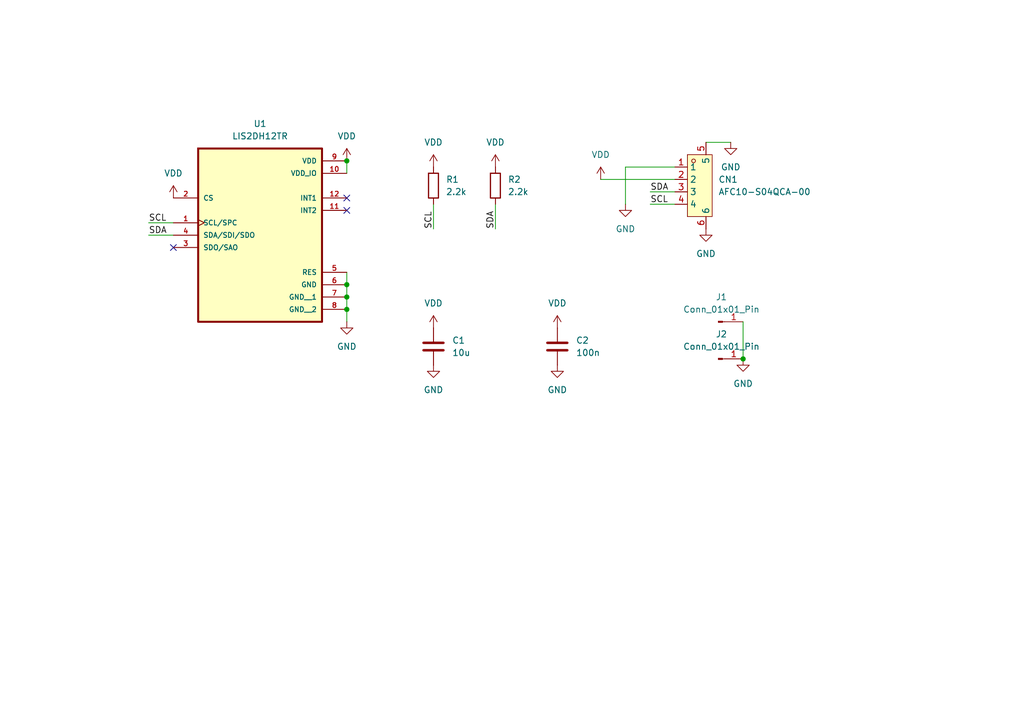
<source format=kicad_sch>
(kicad_sch
	(version 20231120)
	(generator "eeschema")
	(generator_version "8.0")
	(uuid "cc2defc0-f39e-4c26-901e-a1ec12015c90")
	(paper "A5")
	(lib_symbols
		(symbol "Connector:Conn_01x01_Pin"
			(pin_names
				(offset 1.016) hide)
			(exclude_from_sim no)
			(in_bom yes)
			(on_board yes)
			(property "Reference" "J"
				(at 0 2.54 0)
				(effects
					(font
						(size 1.27 1.27)
					)
				)
			)
			(property "Value" "Conn_01x01_Pin"
				(at 0 -2.54 0)
				(effects
					(font
						(size 1.27 1.27)
					)
				)
			)
			(property "Footprint" ""
				(at 0 0 0)
				(effects
					(font
						(size 1.27 1.27)
					)
					(hide yes)
				)
			)
			(property "Datasheet" "~"
				(at 0 0 0)
				(effects
					(font
						(size 1.27 1.27)
					)
					(hide yes)
				)
			)
			(property "Description" "Generic connector, single row, 01x01, script generated"
				(at 0 0 0)
				(effects
					(font
						(size 1.27 1.27)
					)
					(hide yes)
				)
			)
			(property "ki_locked" ""
				(at 0 0 0)
				(effects
					(font
						(size 1.27 1.27)
					)
				)
			)
			(property "ki_keywords" "connector"
				(at 0 0 0)
				(effects
					(font
						(size 1.27 1.27)
					)
					(hide yes)
				)
			)
			(property "ki_fp_filters" "Connector*:*_1x??_*"
				(at 0 0 0)
				(effects
					(font
						(size 1.27 1.27)
					)
					(hide yes)
				)
			)
			(symbol "Conn_01x01_Pin_1_1"
				(polyline
					(pts
						(xy 1.27 0) (xy 0.8636 0)
					)
					(stroke
						(width 0.1524)
						(type default)
					)
					(fill
						(type none)
					)
				)
				(rectangle
					(start 0.8636 0.127)
					(end 0 -0.127)
					(stroke
						(width 0.1524)
						(type default)
					)
					(fill
						(type outline)
					)
				)
				(pin passive line
					(at 5.08 0 180)
					(length 3.81)
					(name "Pin_1"
						(effects
							(font
								(size 1.27 1.27)
							)
						)
					)
					(number "1"
						(effects
							(font
								(size 1.27 1.27)
							)
						)
					)
				)
			)
		)
		(symbol "Device:C"
			(pin_numbers hide)
			(pin_names
				(offset 0.254)
			)
			(exclude_from_sim no)
			(in_bom yes)
			(on_board yes)
			(property "Reference" "C"
				(at 0.635 2.54 0)
				(effects
					(font
						(size 1.27 1.27)
					)
					(justify left)
				)
			)
			(property "Value" "C"
				(at 0.635 -2.54 0)
				(effects
					(font
						(size 1.27 1.27)
					)
					(justify left)
				)
			)
			(property "Footprint" ""
				(at 0.9652 -3.81 0)
				(effects
					(font
						(size 1.27 1.27)
					)
					(hide yes)
				)
			)
			(property "Datasheet" "~"
				(at 0 0 0)
				(effects
					(font
						(size 1.27 1.27)
					)
					(hide yes)
				)
			)
			(property "Description" "Unpolarized capacitor"
				(at 0 0 0)
				(effects
					(font
						(size 1.27 1.27)
					)
					(hide yes)
				)
			)
			(property "ki_keywords" "cap capacitor"
				(at 0 0 0)
				(effects
					(font
						(size 1.27 1.27)
					)
					(hide yes)
				)
			)
			(property "ki_fp_filters" "C_*"
				(at 0 0 0)
				(effects
					(font
						(size 1.27 1.27)
					)
					(hide yes)
				)
			)
			(symbol "C_0_1"
				(polyline
					(pts
						(xy -2.032 -0.762) (xy 2.032 -0.762)
					)
					(stroke
						(width 0.508)
						(type default)
					)
					(fill
						(type none)
					)
				)
				(polyline
					(pts
						(xy -2.032 0.762) (xy 2.032 0.762)
					)
					(stroke
						(width 0.508)
						(type default)
					)
					(fill
						(type none)
					)
				)
			)
			(symbol "C_1_1"
				(pin passive line
					(at 0 3.81 270)
					(length 2.794)
					(name "~"
						(effects
							(font
								(size 1.27 1.27)
							)
						)
					)
					(number "1"
						(effects
							(font
								(size 1.27 1.27)
							)
						)
					)
				)
				(pin passive line
					(at 0 -3.81 90)
					(length 2.794)
					(name "~"
						(effects
							(font
								(size 1.27 1.27)
							)
						)
					)
					(number "2"
						(effects
							(font
								(size 1.27 1.27)
							)
						)
					)
				)
			)
		)
		(symbol "Device:R"
			(pin_numbers hide)
			(pin_names
				(offset 0)
			)
			(exclude_from_sim no)
			(in_bom yes)
			(on_board yes)
			(property "Reference" "R"
				(at 2.032 0 90)
				(effects
					(font
						(size 1.27 1.27)
					)
				)
			)
			(property "Value" "R"
				(at 0 0 90)
				(effects
					(font
						(size 1.27 1.27)
					)
				)
			)
			(property "Footprint" ""
				(at -1.778 0 90)
				(effects
					(font
						(size 1.27 1.27)
					)
					(hide yes)
				)
			)
			(property "Datasheet" "~"
				(at 0 0 0)
				(effects
					(font
						(size 1.27 1.27)
					)
					(hide yes)
				)
			)
			(property "Description" "Resistor"
				(at 0 0 0)
				(effects
					(font
						(size 1.27 1.27)
					)
					(hide yes)
				)
			)
			(property "ki_keywords" "R res resistor"
				(at 0 0 0)
				(effects
					(font
						(size 1.27 1.27)
					)
					(hide yes)
				)
			)
			(property "ki_fp_filters" "R_*"
				(at 0 0 0)
				(effects
					(font
						(size 1.27 1.27)
					)
					(hide yes)
				)
			)
			(symbol "R_0_1"
				(rectangle
					(start -1.016 -2.54)
					(end 1.016 2.54)
					(stroke
						(width 0.254)
						(type default)
					)
					(fill
						(type none)
					)
				)
			)
			(symbol "R_1_1"
				(pin passive line
					(at 0 3.81 270)
					(length 1.27)
					(name "~"
						(effects
							(font
								(size 1.27 1.27)
							)
						)
					)
					(number "1"
						(effects
							(font
								(size 1.27 1.27)
							)
						)
					)
				)
				(pin passive line
					(at 0 -3.81 90)
					(length 1.27)
					(name "~"
						(effects
							(font
								(size 1.27 1.27)
							)
						)
					)
					(number "2"
						(effects
							(font
								(size 1.27 1.27)
							)
						)
					)
				)
			)
		)
		(symbol "LIS2DH12TR:LIS2DH12TR"
			(pin_names
				(offset 1.016)
			)
			(exclude_from_sim no)
			(in_bom yes)
			(on_board yes)
			(property "Reference" "U"
				(at -12.7489 15.2986 0)
				(effects
					(font
						(size 1.27 1.27)
					)
					(justify left bottom)
				)
			)
			(property "Value" "LIS2DH12TR"
				(at -12.7525 -22.9337 0)
				(effects
					(font
						(size 1.27 1.27)
					)
					(justify left bottom)
				)
			)
			(property "Footprint" "LIS2DH12TR:PQFN50P200X200100-12N"
				(at 0 0 0)
				(effects
					(font
						(size 1.27 1.27)
					)
					(justify bottom)
					(hide yes)
				)
			)
			(property "Datasheet" ""
				(at 0 0 0)
				(effects
					(font
						(size 1.27 1.27)
					)
					(hide yes)
				)
			)
			(property "Description" "MEMS digital output motion sensor: ultra low-power high performance 3-axes femto accelerometer"
				(at 0 0 0)
				(effects
					(font
						(size 1.27 1.27)
					)
					(justify bottom)
					(hide yes)
				)
			)
			(property "MF" "STMicroelectronics"
				(at 0 0 0)
				(effects
					(font
						(size 1.27 1.27)
					)
					(justify bottom)
					(hide yes)
				)
			)
			(property "PACKAGE" "LGA-12 STMicroelectronics"
				(at 0 0 0)
				(effects
					(font
						(size 1.27 1.27)
					)
					(justify bottom)
					(hide yes)
				)
			)
			(property "PRICE" "0.87 USD"
				(at 0 0 0)
				(effects
					(font
						(size 1.27 1.27)
					)
					(justify bottom)
					(hide yes)
				)
			)
			(property "MP" "LIS2DH12TR"
				(at 0 0 0)
				(effects
					(font
						(size 1.27 1.27)
					)
					(justify bottom)
					(hide yes)
				)
			)
			(property "AVAILABILITY" "Good"
				(at 0 0 0)
				(effects
					(font
						(size 1.27 1.27)
					)
					(justify bottom)
					(hide yes)
				)
			)
			(symbol "LIS2DH12TR_0_0"
				(rectangle
					(start -12.7 -20.32)
					(end 12.7 15.24)
					(stroke
						(width 0.41)
						(type default)
					)
					(fill
						(type background)
					)
				)
				(pin bidirectional clock
					(at -17.78 0 0)
					(length 5.08)
					(name "SCL/SPC"
						(effects
							(font
								(size 1.016 1.016)
							)
						)
					)
					(number "1"
						(effects
							(font
								(size 1.016 1.016)
							)
						)
					)
				)
				(pin power_in line
					(at 17.78 10.16 180)
					(length 5.08)
					(name "VDD_IO"
						(effects
							(font
								(size 1.016 1.016)
							)
						)
					)
					(number "10"
						(effects
							(font
								(size 1.016 1.016)
							)
						)
					)
				)
				(pin output line
					(at 17.78 2.54 180)
					(length 5.08)
					(name "INT2"
						(effects
							(font
								(size 1.016 1.016)
							)
						)
					)
					(number "11"
						(effects
							(font
								(size 1.016 1.016)
							)
						)
					)
				)
				(pin output line
					(at 17.78 5.08 180)
					(length 5.08)
					(name "INT1"
						(effects
							(font
								(size 1.016 1.016)
							)
						)
					)
					(number "12"
						(effects
							(font
								(size 1.016 1.016)
							)
						)
					)
				)
				(pin input line
					(at -17.78 5.08 0)
					(length 5.08)
					(name "CS"
						(effects
							(font
								(size 1.016 1.016)
							)
						)
					)
					(number "2"
						(effects
							(font
								(size 1.016 1.016)
							)
						)
					)
				)
				(pin bidirectional line
					(at -17.78 -5.08 0)
					(length 5.08)
					(name "SDO/SAO"
						(effects
							(font
								(size 1.016 1.016)
							)
						)
					)
					(number "3"
						(effects
							(font
								(size 1.016 1.016)
							)
						)
					)
				)
				(pin bidirectional line
					(at -17.78 -2.54 0)
					(length 5.08)
					(name "SDA/SDI/SDO"
						(effects
							(font
								(size 1.016 1.016)
							)
						)
					)
					(number "4"
						(effects
							(font
								(size 1.016 1.016)
							)
						)
					)
				)
				(pin power_in line
					(at 17.78 -10.16 180)
					(length 5.08)
					(name "RES"
						(effects
							(font
								(size 1.016 1.016)
							)
						)
					)
					(number "5"
						(effects
							(font
								(size 1.016 1.016)
							)
						)
					)
				)
				(pin power_in line
					(at 17.78 -12.7 180)
					(length 5.08)
					(name "GND"
						(effects
							(font
								(size 1.016 1.016)
							)
						)
					)
					(number "6"
						(effects
							(font
								(size 1.016 1.016)
							)
						)
					)
				)
				(pin power_in line
					(at 17.78 -15.24 180)
					(length 5.08)
					(name "GND__1"
						(effects
							(font
								(size 1.016 1.016)
							)
						)
					)
					(number "7"
						(effects
							(font
								(size 1.016 1.016)
							)
						)
					)
				)
				(pin power_in line
					(at 17.78 -17.78 180)
					(length 5.08)
					(name "GND__2"
						(effects
							(font
								(size 1.016 1.016)
							)
						)
					)
					(number "8"
						(effects
							(font
								(size 1.016 1.016)
							)
						)
					)
				)
				(pin power_in line
					(at 17.78 12.7 180)
					(length 5.08)
					(name "VDD"
						(effects
							(font
								(size 1.016 1.016)
							)
						)
					)
					(number "9"
						(effects
							(font
								(size 1.016 1.016)
							)
						)
					)
				)
			)
		)
		(symbol "lsm6dr3trc-breakout:AFC10-S04QCA-00"
			(exclude_from_sim no)
			(in_bom yes)
			(on_board yes)
			(property "Reference" "X"
				(at 0 13.97 0)
				(effects
					(font
						(size 1.27 1.27)
					)
				)
			)
			(property "Value" "AFC10-S04QCA-00"
				(at 0 -13.97 0)
				(effects
					(font
						(size 1.27 1.27)
					)
				)
			)
			(property "Footprint" "lsm6dr3trc-breakout:CONN-SMD_AFC10-S04QCA-00"
				(at 0 -16.51 0)
				(effects
					(font
						(size 1.27 1.27)
					)
					(hide yes)
				)
			)
			(property "Datasheet" ""
				(at 0 0 0)
				(effects
					(font
						(size 1.27 1.27)
					)
					(hide yes)
				)
			)
			(property "Description" ""
				(at 0 0 0)
				(effects
					(font
						(size 1.27 1.27)
					)
					(hide yes)
				)
			)
			(property "LCSC Part" "C2764183"
				(at 0 -19.05 0)
				(effects
					(font
						(size 1.27 1.27)
					)
					(hide yes)
				)
			)
			(symbol "AFC10-S04QCA-00_0_1"
				(rectangle
					(start -2.54 6.35)
					(end 2.54 -6.35)
					(stroke
						(width 0)
						(type default)
					)
					(fill
						(type background)
					)
				)
				(circle
					(center -1.27 5.08)
					(radius 0.38)
					(stroke
						(width 0)
						(type default)
					)
					(fill
						(type none)
					)
				)
				(pin unspecified line
					(at -5.08 3.81 0)
					(length 2.54)
					(name "1"
						(effects
							(font
								(size 1.27 1.27)
							)
						)
					)
					(number "1"
						(effects
							(font
								(size 1.27 1.27)
							)
						)
					)
				)
				(pin unspecified line
					(at -5.08 1.27 0)
					(length 2.54)
					(name "2"
						(effects
							(font
								(size 1.27 1.27)
							)
						)
					)
					(number "2"
						(effects
							(font
								(size 1.27 1.27)
							)
						)
					)
				)
				(pin unspecified line
					(at -5.08 -1.27 0)
					(length 2.54)
					(name "3"
						(effects
							(font
								(size 1.27 1.27)
							)
						)
					)
					(number "3"
						(effects
							(font
								(size 1.27 1.27)
							)
						)
					)
				)
				(pin unspecified line
					(at -5.08 -3.81 0)
					(length 2.54)
					(name "4"
						(effects
							(font
								(size 1.27 1.27)
							)
						)
					)
					(number "4"
						(effects
							(font
								(size 1.27 1.27)
							)
						)
					)
				)
				(pin unspecified line
					(at 1.27 8.89 270)
					(length 2.54)
					(name "5"
						(effects
							(font
								(size 1.27 1.27)
							)
						)
					)
					(number "5"
						(effects
							(font
								(size 1.27 1.27)
							)
						)
					)
				)
				(pin unspecified line
					(at 1.27 -8.89 90)
					(length 2.54)
					(name "6"
						(effects
							(font
								(size 1.27 1.27)
							)
						)
					)
					(number "6"
						(effects
							(font
								(size 1.27 1.27)
							)
						)
					)
				)
			)
		)
		(symbol "power:GND"
			(power)
			(pin_numbers hide)
			(pin_names
				(offset 0) hide)
			(exclude_from_sim no)
			(in_bom yes)
			(on_board yes)
			(property "Reference" "#PWR"
				(at 0 -6.35 0)
				(effects
					(font
						(size 1.27 1.27)
					)
					(hide yes)
				)
			)
			(property "Value" "GND"
				(at 0 -3.81 0)
				(effects
					(font
						(size 1.27 1.27)
					)
				)
			)
			(property "Footprint" ""
				(at 0 0 0)
				(effects
					(font
						(size 1.27 1.27)
					)
					(hide yes)
				)
			)
			(property "Datasheet" ""
				(at 0 0 0)
				(effects
					(font
						(size 1.27 1.27)
					)
					(hide yes)
				)
			)
			(property "Description" "Power symbol creates a global label with name \"GND\" , ground"
				(at 0 0 0)
				(effects
					(font
						(size 1.27 1.27)
					)
					(hide yes)
				)
			)
			(property "ki_keywords" "global power"
				(at 0 0 0)
				(effects
					(font
						(size 1.27 1.27)
					)
					(hide yes)
				)
			)
			(symbol "GND_0_1"
				(polyline
					(pts
						(xy 0 0) (xy 0 -1.27) (xy 1.27 -1.27) (xy 0 -2.54) (xy -1.27 -1.27) (xy 0 -1.27)
					)
					(stroke
						(width 0)
						(type default)
					)
					(fill
						(type none)
					)
				)
			)
			(symbol "GND_1_1"
				(pin power_in line
					(at 0 0 270)
					(length 0)
					(name "~"
						(effects
							(font
								(size 1.27 1.27)
							)
						)
					)
					(number "1"
						(effects
							(font
								(size 1.27 1.27)
							)
						)
					)
				)
			)
		)
		(symbol "power:VDD"
			(power)
			(pin_numbers hide)
			(pin_names
				(offset 0) hide)
			(exclude_from_sim no)
			(in_bom yes)
			(on_board yes)
			(property "Reference" "#PWR"
				(at 0 -3.81 0)
				(effects
					(font
						(size 1.27 1.27)
					)
					(hide yes)
				)
			)
			(property "Value" "VDD"
				(at 0 3.556 0)
				(effects
					(font
						(size 1.27 1.27)
					)
				)
			)
			(property "Footprint" ""
				(at 0 0 0)
				(effects
					(font
						(size 1.27 1.27)
					)
					(hide yes)
				)
			)
			(property "Datasheet" ""
				(at 0 0 0)
				(effects
					(font
						(size 1.27 1.27)
					)
					(hide yes)
				)
			)
			(property "Description" "Power symbol creates a global label with name \"VDD\""
				(at 0 0 0)
				(effects
					(font
						(size 1.27 1.27)
					)
					(hide yes)
				)
			)
			(property "ki_keywords" "global power"
				(at 0 0 0)
				(effects
					(font
						(size 1.27 1.27)
					)
					(hide yes)
				)
			)
			(symbol "VDD_0_1"
				(polyline
					(pts
						(xy -0.762 1.27) (xy 0 2.54)
					)
					(stroke
						(width 0)
						(type default)
					)
					(fill
						(type none)
					)
				)
				(polyline
					(pts
						(xy 0 0) (xy 0 2.54)
					)
					(stroke
						(width 0)
						(type default)
					)
					(fill
						(type none)
					)
				)
				(polyline
					(pts
						(xy 0 2.54) (xy 0.762 1.27)
					)
					(stroke
						(width 0)
						(type default)
					)
					(fill
						(type none)
					)
				)
			)
			(symbol "VDD_1_1"
				(pin power_in line
					(at 0 0 90)
					(length 0)
					(name "~"
						(effects
							(font
								(size 1.27 1.27)
							)
						)
					)
					(number "1"
						(effects
							(font
								(size 1.27 1.27)
							)
						)
					)
				)
			)
		)
	)
	(junction
		(at 152.4 73.66)
		(diameter 0)
		(color 0 0 0 0)
		(uuid "5fab44d2-a30e-4941-95b1-b5841c3fd5dd")
	)
	(junction
		(at 71.12 58.42)
		(diameter 0)
		(color 0 0 0 0)
		(uuid "7f2b82e2-54a5-42bf-b752-6e6ce04c2d4b")
	)
	(junction
		(at 71.12 60.96)
		(diameter 0)
		(color 0 0 0 0)
		(uuid "812531ce-b469-423c-add4-111db9625f52")
	)
	(junction
		(at 71.12 33.02)
		(diameter 0)
		(color 0 0 0 0)
		(uuid "852d2afd-3a84-451e-b2a0-15fe29bd5808")
	)
	(junction
		(at 71.12 63.5)
		(diameter 0)
		(color 0 0 0 0)
		(uuid "e51bdebc-7a90-4d7b-ae81-54cc6c359110")
	)
	(no_connect
		(at 71.12 43.18)
		(uuid "1ef5a7ea-73c6-4dc1-aa8b-5a9f92fa8a68")
	)
	(no_connect
		(at 71.12 40.64)
		(uuid "2345fbc7-b4b5-424f-bca3-7a7612ab6ae0")
	)
	(no_connect
		(at 35.56 50.8)
		(uuid "b1796a42-bb43-4b9d-941f-2406f9231a6f")
	)
	(wire
		(pts
			(xy 30.48 48.26) (xy 35.56 48.26)
		)
		(stroke
			(width 0)
			(type default)
		)
		(uuid "3502dcd3-51b3-4580-84c1-c725275a71eb")
	)
	(wire
		(pts
			(xy 128.27 34.29) (xy 138.43 34.29)
		)
		(stroke
			(width 0)
			(type default)
		)
		(uuid "3fc267e9-1d46-4066-9a9c-21568881242c")
	)
	(wire
		(pts
			(xy 123.19 36.83) (xy 138.43 36.83)
		)
		(stroke
			(width 0)
			(type default)
		)
		(uuid "4e331ccf-6efc-45d8-a001-ff417e923d83")
	)
	(wire
		(pts
			(xy 71.12 33.02) (xy 71.12 35.56)
		)
		(stroke
			(width 0)
			(type default)
		)
		(uuid "51a42e8c-24fc-4569-99be-2c84c84f82f6")
	)
	(wire
		(pts
			(xy 133.35 41.91) (xy 138.43 41.91)
		)
		(stroke
			(width 0)
			(type default)
		)
		(uuid "5c3a8704-507a-48c5-acbc-38ccccd628a4")
	)
	(wire
		(pts
			(xy 71.12 63.5) (xy 71.12 66.04)
		)
		(stroke
			(width 0)
			(type default)
		)
		(uuid "5eebf808-7de1-4fef-9ee9-5abb323aef08")
	)
	(wire
		(pts
			(xy 30.48 45.72) (xy 35.56 45.72)
		)
		(stroke
			(width 0)
			(type default)
		)
		(uuid "824faa92-63c1-42e9-a6be-30af5219c561")
	)
	(wire
		(pts
			(xy 88.9 41.91) (xy 88.9 46.99)
		)
		(stroke
			(width 0)
			(type default)
		)
		(uuid "99b2e51c-b015-41ab-a17d-93651d313996")
	)
	(wire
		(pts
			(xy 71.12 60.96) (xy 71.12 63.5)
		)
		(stroke
			(width 0)
			(type default)
		)
		(uuid "9d6440b3-52fb-4623-9a86-b0f4373400f0")
	)
	(wire
		(pts
			(xy 101.6 41.91) (xy 101.6 46.99)
		)
		(stroke
			(width 0)
			(type default)
		)
		(uuid "a259b5de-25bc-4057-9bef-aac92855a4d2")
	)
	(wire
		(pts
			(xy 144.78 29.21) (xy 149.86 29.21)
		)
		(stroke
			(width 0)
			(type default)
		)
		(uuid "adc06f6f-2bc7-43df-9add-463480458033")
	)
	(wire
		(pts
			(xy 152.4 66.04) (xy 152.4 73.66)
		)
		(stroke
			(width 0)
			(type default)
		)
		(uuid "c4dc47c2-3b44-4683-b689-b56cfe41cf80")
	)
	(wire
		(pts
			(xy 133.35 39.37) (xy 138.43 39.37)
		)
		(stroke
			(width 0)
			(type default)
		)
		(uuid "ca28e833-a0aa-4210-aa84-ffa31464455c")
	)
	(wire
		(pts
			(xy 128.27 34.29) (xy 128.27 41.91)
		)
		(stroke
			(width 0)
			(type default)
		)
		(uuid "d2a10ff0-9394-487b-98a1-913d2325917d")
	)
	(wire
		(pts
			(xy 71.12 58.42) (xy 71.12 60.96)
		)
		(stroke
			(width 0)
			(type default)
		)
		(uuid "ede4ae21-9bd9-4025-aa76-be0f2eac717e")
	)
	(wire
		(pts
			(xy 71.12 55.88) (xy 71.12 58.42)
		)
		(stroke
			(width 0)
			(type default)
		)
		(uuid "fa0fdf1c-addf-4ea0-967f-e76394101374")
	)
	(label "SCL"
		(at 30.48 45.72 0)
		(fields_autoplaced yes)
		(effects
			(font
				(size 1.27 1.27)
			)
			(justify left bottom)
		)
		(uuid "7cefae3c-7fdc-4ec4-9570-7354ac49e919")
	)
	(label "SDA"
		(at 101.6 46.99 90)
		(fields_autoplaced yes)
		(effects
			(font
				(size 1.27 1.27)
			)
			(justify left bottom)
		)
		(uuid "99c78840-11c9-4ed0-ba7b-8de537256923")
	)
	(label "SDA"
		(at 133.35 39.37 0)
		(fields_autoplaced yes)
		(effects
			(font
				(size 1.27 1.27)
			)
			(justify left bottom)
		)
		(uuid "aa5dcd2d-20fb-4500-9200-7e9b03ee3eeb")
	)
	(label "SDA"
		(at 30.48 48.26 0)
		(fields_autoplaced yes)
		(effects
			(font
				(size 1.27 1.27)
			)
			(justify left bottom)
		)
		(uuid "befbe592-73b2-4d6e-8b8a-1a4a6b626689")
	)
	(label "SCL"
		(at 133.35 41.91 0)
		(fields_autoplaced yes)
		(effects
			(font
				(size 1.27 1.27)
			)
			(justify left bottom)
		)
		(uuid "cc0d047b-8dd8-4d34-bba4-a7db2a67d5bc")
	)
	(label "SCL"
		(at 88.9 46.99 90)
		(fields_autoplaced yes)
		(effects
			(font
				(size 1.27 1.27)
			)
			(justify left bottom)
		)
		(uuid "f803fe51-35c3-4c83-a7fe-d6dd5b5a828a")
	)
	(symbol
		(lib_id "lsm6dr3trc-breakout:AFC10-S04QCA-00")
		(at 143.51 38.1 0)
		(unit 1)
		(exclude_from_sim no)
		(in_bom yes)
		(on_board yes)
		(dnp no)
		(fields_autoplaced yes)
		(uuid "01cbbe15-026d-4ba2-b4c8-9731b3d26781")
		(property "Reference" "CN1"
			(at 147.32 36.8299 0)
			(effects
				(font
					(size 1.27 1.27)
				)
				(justify left)
			)
		)
		(property "Value" "AFC10-S04QCA-00"
			(at 147.32 39.3699 0)
			(effects
				(font
					(size 1.27 1.27)
				)
				(justify left)
			)
		)
		(property "Footprint" "qwiic:CONN-SMD_AFC10-S04QCA-00"
			(at 143.51 54.61 0)
			(effects
				(font
					(size 1.27 1.27)
				)
				(hide yes)
			)
		)
		(property "Datasheet" ""
			(at 143.51 38.1 0)
			(effects
				(font
					(size 1.27 1.27)
				)
				(hide yes)
			)
		)
		(property "Description" ""
			(at 143.51 38.1 0)
			(effects
				(font
					(size 1.27 1.27)
				)
				(hide yes)
			)
		)
		(property "LCSC Part" "C2764183"
			(at 143.51 57.15 0)
			(effects
				(font
					(size 1.27 1.27)
				)
				(hide yes)
			)
		)
		(pin "4"
			(uuid "47720ef8-d7b8-4e51-ba1d-60c0cddc63ea")
		)
		(pin "6"
			(uuid "896bd4cd-2e5a-4fbd-97fb-20aa1dabec45")
		)
		(pin "2"
			(uuid "e34d9ceb-f18f-4939-add0-5d9adc85b722")
		)
		(pin "1"
			(uuid "779341fd-c351-4e80-a857-aca8df81ce3e")
		)
		(pin "3"
			(uuid "a95683ea-e4d7-4366-a697-89a3db03c994")
		)
		(pin "5"
			(uuid "c17b7125-c3d8-409e-bbcc-eb59abbdf20b")
		)
		(instances
			(project "LIS2DH12-Nano-module"
				(path "/cc2defc0-f39e-4c26-901e-a1ec12015c90"
					(reference "CN1")
					(unit 1)
				)
			)
		)
	)
	(symbol
		(lib_id "power:VDD")
		(at 71.12 33.02 0)
		(unit 1)
		(exclude_from_sim no)
		(in_bom yes)
		(on_board yes)
		(dnp no)
		(fields_autoplaced yes)
		(uuid "02646d71-dd62-4a48-ac44-eeae5a6b4c87")
		(property "Reference" "#PWR01"
			(at 71.12 36.83 0)
			(effects
				(font
					(size 1.27 1.27)
				)
				(hide yes)
			)
		)
		(property "Value" "VDD"
			(at 71.12 27.94 0)
			(effects
				(font
					(size 1.27 1.27)
				)
			)
		)
		(property "Footprint" ""
			(at 71.12 33.02 0)
			(effects
				(font
					(size 1.27 1.27)
				)
				(hide yes)
			)
		)
		(property "Datasheet" ""
			(at 71.12 33.02 0)
			(effects
				(font
					(size 1.27 1.27)
				)
				(hide yes)
			)
		)
		(property "Description" "Power symbol creates a global label with name \"VDD\""
			(at 71.12 33.02 0)
			(effects
				(font
					(size 1.27 1.27)
				)
				(hide yes)
			)
		)
		(pin "1"
			(uuid "0e6984a7-d5de-4171-b6d3-e673e83ab02f")
		)
		(instances
			(project "LIS2DH12-Nano-module"
				(path "/cc2defc0-f39e-4c26-901e-a1ec12015c90"
					(reference "#PWR01")
					(unit 1)
				)
			)
		)
	)
	(symbol
		(lib_id "power:VDD")
		(at 101.6 34.29 0)
		(unit 1)
		(exclude_from_sim no)
		(in_bom yes)
		(on_board yes)
		(dnp no)
		(fields_autoplaced yes)
		(uuid "425251b1-6f9a-46b5-aee2-c10d9a6f5ca7")
		(property "Reference" "#PWR05"
			(at 101.6 38.1 0)
			(effects
				(font
					(size 1.27 1.27)
				)
				(hide yes)
			)
		)
		(property "Value" "VDD"
			(at 101.6 29.21 0)
			(effects
				(font
					(size 1.27 1.27)
				)
			)
		)
		(property "Footprint" ""
			(at 101.6 34.29 0)
			(effects
				(font
					(size 1.27 1.27)
				)
				(hide yes)
			)
		)
		(property "Datasheet" ""
			(at 101.6 34.29 0)
			(effects
				(font
					(size 1.27 1.27)
				)
				(hide yes)
			)
		)
		(property "Description" "Power symbol creates a global label with name \"VDD\""
			(at 101.6 34.29 0)
			(effects
				(font
					(size 1.27 1.27)
				)
				(hide yes)
			)
		)
		(pin "1"
			(uuid "bd97a2ab-b3a8-41af-88c5-192204021d9b")
		)
		(instances
			(project "LIS2DH12-Nano-module"
				(path "/cc2defc0-f39e-4c26-901e-a1ec12015c90"
					(reference "#PWR05")
					(unit 1)
				)
			)
		)
	)
	(symbol
		(lib_id "power:VDD")
		(at 88.9 67.31 0)
		(unit 1)
		(exclude_from_sim no)
		(in_bom yes)
		(on_board yes)
		(dnp no)
		(fields_autoplaced yes)
		(uuid "43fa29c4-836d-45ab-8493-1ec01df0c838")
		(property "Reference" "#PWR06"
			(at 88.9 71.12 0)
			(effects
				(font
					(size 1.27 1.27)
				)
				(hide yes)
			)
		)
		(property "Value" "VDD"
			(at 88.9 62.23 0)
			(effects
				(font
					(size 1.27 1.27)
				)
			)
		)
		(property "Footprint" ""
			(at 88.9 67.31 0)
			(effects
				(font
					(size 1.27 1.27)
				)
				(hide yes)
			)
		)
		(property "Datasheet" ""
			(at 88.9 67.31 0)
			(effects
				(font
					(size 1.27 1.27)
				)
				(hide yes)
			)
		)
		(property "Description" "Power symbol creates a global label with name \"VDD\""
			(at 88.9 67.31 0)
			(effects
				(font
					(size 1.27 1.27)
				)
				(hide yes)
			)
		)
		(pin "1"
			(uuid "12a83b54-5f79-4e51-8573-5c1592c76428")
		)
		(instances
			(project "LIS2DH12-Nano-module"
				(path "/cc2defc0-f39e-4c26-901e-a1ec12015c90"
					(reference "#PWR06")
					(unit 1)
				)
			)
		)
	)
	(symbol
		(lib_id "Device:C")
		(at 88.9 71.12 0)
		(unit 1)
		(exclude_from_sim no)
		(in_bom yes)
		(on_board yes)
		(dnp no)
		(fields_autoplaced yes)
		(uuid "52bd9442-fda3-4951-b35d-7b0c7112241a")
		(property "Reference" "C1"
			(at 92.71 69.8499 0)
			(effects
				(font
					(size 1.27 1.27)
				)
				(justify left)
			)
		)
		(property "Value" "10u"
			(at 92.71 72.3899 0)
			(effects
				(font
					(size 1.27 1.27)
				)
				(justify left)
			)
		)
		(property "Footprint" "Capacitor_SMD:C_0603_1608Metric"
			(at 89.8652 74.93 0)
			(effects
				(font
					(size 1.27 1.27)
				)
				(hide yes)
			)
		)
		(property "Datasheet" "~"
			(at 88.9 71.12 0)
			(effects
				(font
					(size 1.27 1.27)
				)
				(hide yes)
			)
		)
		(property "Description" "Unpolarized capacitor"
			(at 88.9 71.12 0)
			(effects
				(font
					(size 1.27 1.27)
				)
				(hide yes)
			)
		)
		(pin "2"
			(uuid "af396070-c34f-41d3-bacb-0a81094e0b5b")
		)
		(pin "1"
			(uuid "e9b10cec-b44e-4203-8c8d-d96ae3c7e2e3")
		)
		(instances
			(project "LIS2DH12-Nano-module"
				(path "/cc2defc0-f39e-4c26-901e-a1ec12015c90"
					(reference "C1")
					(unit 1)
				)
			)
		)
	)
	(symbol
		(lib_id "power:GND")
		(at 128.27 41.91 0)
		(unit 1)
		(exclude_from_sim no)
		(in_bom yes)
		(on_board yes)
		(dnp no)
		(fields_autoplaced yes)
		(uuid "60a1f066-66a8-41b8-9867-60cb9c856c0c")
		(property "Reference" "#PWR012"
			(at 128.27 48.26 0)
			(effects
				(font
					(size 1.27 1.27)
				)
				(hide yes)
			)
		)
		(property "Value" "GND"
			(at 128.27 46.99 0)
			(effects
				(font
					(size 1.27 1.27)
				)
			)
		)
		(property "Footprint" ""
			(at 128.27 41.91 0)
			(effects
				(font
					(size 1.27 1.27)
				)
				(hide yes)
			)
		)
		(property "Datasheet" ""
			(at 128.27 41.91 0)
			(effects
				(font
					(size 1.27 1.27)
				)
				(hide yes)
			)
		)
		(property "Description" "Power symbol creates a global label with name \"GND\" , ground"
			(at 128.27 41.91 0)
			(effects
				(font
					(size 1.27 1.27)
				)
				(hide yes)
			)
		)
		(pin "1"
			(uuid "90ed8f17-595d-4ef6-b3df-10ad3ddf28b6")
		)
		(instances
			(project "LIS2DH12-Nano-module"
				(path "/cc2defc0-f39e-4c26-901e-a1ec12015c90"
					(reference "#PWR012")
					(unit 1)
				)
			)
		)
	)
	(symbol
		(lib_id "Device:R")
		(at 88.9 38.1 0)
		(unit 1)
		(exclude_from_sim no)
		(in_bom yes)
		(on_board yes)
		(dnp no)
		(fields_autoplaced yes)
		(uuid "646bf65c-2e05-4dd8-80ff-0d0b5b7494b3")
		(property "Reference" "R1"
			(at 91.44 36.8299 0)
			(effects
				(font
					(size 1.27 1.27)
				)
				(justify left)
			)
		)
		(property "Value" "2.2k"
			(at 91.44 39.3699 0)
			(effects
				(font
					(size 1.27 1.27)
				)
				(justify left)
			)
		)
		(property "Footprint" "Resistor_SMD:R_0402_1005Metric"
			(at 87.122 38.1 90)
			(effects
				(font
					(size 1.27 1.27)
				)
				(hide yes)
			)
		)
		(property "Datasheet" "~"
			(at 88.9 38.1 0)
			(effects
				(font
					(size 1.27 1.27)
				)
				(hide yes)
			)
		)
		(property "Description" "Resistor"
			(at 88.9 38.1 0)
			(effects
				(font
					(size 1.27 1.27)
				)
				(hide yes)
			)
		)
		(pin "1"
			(uuid "465c1387-3305-4824-b5c1-ad6e574e657a")
		)
		(pin "2"
			(uuid "5a93d25f-03fd-482f-888a-8fc312171b6f")
		)
		(instances
			(project "LIS2DH12-Nano-module"
				(path "/cc2defc0-f39e-4c26-901e-a1ec12015c90"
					(reference "R1")
					(unit 1)
				)
			)
		)
	)
	(symbol
		(lib_id "Connector:Conn_01x01_Pin")
		(at 147.32 66.04 0)
		(unit 1)
		(exclude_from_sim no)
		(in_bom yes)
		(on_board yes)
		(dnp no)
		(fields_autoplaced yes)
		(uuid "7945706f-1dd3-4c24-b55d-19205492d2d4")
		(property "Reference" "J1"
			(at 147.955 60.96 0)
			(effects
				(font
					(size 1.27 1.27)
				)
			)
		)
		(property "Value" "Conn_01x01_Pin"
			(at 147.955 63.5 0)
			(effects
				(font
					(size 1.27 1.27)
				)
			)
		)
		(property "Footprint" "Connector_PinHeader_2.54mm:PinHeader_1x01_P2.54mm_Vertical"
			(at 147.32 66.04 0)
			(effects
				(font
					(size 1.27 1.27)
				)
				(hide yes)
			)
		)
		(property "Datasheet" "~"
			(at 147.32 66.04 0)
			(effects
				(font
					(size 1.27 1.27)
				)
				(hide yes)
			)
		)
		(property "Description" "Generic connector, single row, 01x01, script generated"
			(at 147.32 66.04 0)
			(effects
				(font
					(size 1.27 1.27)
				)
				(hide yes)
			)
		)
		(pin "1"
			(uuid "6e813b1c-aefc-456d-b97a-db5a075d6c4b")
		)
		(instances
			(project "LIS2DH12-Nano-module"
				(path "/cc2defc0-f39e-4c26-901e-a1ec12015c90"
					(reference "J1")
					(unit 1)
				)
			)
		)
	)
	(symbol
		(lib_id "power:GND")
		(at 114.3 74.93 0)
		(unit 1)
		(exclude_from_sim no)
		(in_bom yes)
		(on_board yes)
		(dnp no)
		(fields_autoplaced yes)
		(uuid "7e5fc64c-54db-49bf-a2fe-64c9c65cd42d")
		(property "Reference" "#PWR09"
			(at 114.3 81.28 0)
			(effects
				(font
					(size 1.27 1.27)
				)
				(hide yes)
			)
		)
		(property "Value" "GND"
			(at 114.3 80.01 0)
			(effects
				(font
					(size 1.27 1.27)
				)
			)
		)
		(property "Footprint" ""
			(at 114.3 74.93 0)
			(effects
				(font
					(size 1.27 1.27)
				)
				(hide yes)
			)
		)
		(property "Datasheet" ""
			(at 114.3 74.93 0)
			(effects
				(font
					(size 1.27 1.27)
				)
				(hide yes)
			)
		)
		(property "Description" "Power symbol creates a global label with name \"GND\" , ground"
			(at 114.3 74.93 0)
			(effects
				(font
					(size 1.27 1.27)
				)
				(hide yes)
			)
		)
		(pin "1"
			(uuid "f0a9642f-e139-4595-bbeb-8b8078580a36")
		)
		(instances
			(project "LIS2DH12-Nano-module"
				(path "/cc2defc0-f39e-4c26-901e-a1ec12015c90"
					(reference "#PWR09")
					(unit 1)
				)
			)
		)
	)
	(symbol
		(lib_id "Device:R")
		(at 101.6 38.1 0)
		(unit 1)
		(exclude_from_sim no)
		(in_bom yes)
		(on_board yes)
		(dnp no)
		(fields_autoplaced yes)
		(uuid "834f75a9-eb0d-4b7e-9674-ec9c5e5e09cf")
		(property "Reference" "R2"
			(at 104.14 36.8299 0)
			(effects
				(font
					(size 1.27 1.27)
				)
				(justify left)
			)
		)
		(property "Value" "2.2k"
			(at 104.14 39.3699 0)
			(effects
				(font
					(size 1.27 1.27)
				)
				(justify left)
			)
		)
		(property "Footprint" "Resistor_SMD:R_0402_1005Metric"
			(at 99.822 38.1 90)
			(effects
				(font
					(size 1.27 1.27)
				)
				(hide yes)
			)
		)
		(property "Datasheet" "~"
			(at 101.6 38.1 0)
			(effects
				(font
					(size 1.27 1.27)
				)
				(hide yes)
			)
		)
		(property "Description" "Resistor"
			(at 101.6 38.1 0)
			(effects
				(font
					(size 1.27 1.27)
				)
				(hide yes)
			)
		)
		(pin "1"
			(uuid "708eeb35-95f8-4c6d-b06c-6687336bc125")
		)
		(pin "2"
			(uuid "a44ec5f1-73c7-41f8-81ad-948d75e9eee1")
		)
		(instances
			(project "LIS2DH12-Nano-module"
				(path "/cc2defc0-f39e-4c26-901e-a1ec12015c90"
					(reference "R2")
					(unit 1)
				)
			)
		)
	)
	(symbol
		(lib_id "Device:C")
		(at 114.3 71.12 0)
		(unit 1)
		(exclude_from_sim no)
		(in_bom yes)
		(on_board yes)
		(dnp no)
		(fields_autoplaced yes)
		(uuid "83f8adab-6dc5-4270-ab9a-1dce31c23292")
		(property "Reference" "C2"
			(at 118.11 69.8499 0)
			(effects
				(font
					(size 1.27 1.27)
				)
				(justify left)
			)
		)
		(property "Value" "100n"
			(at 118.11 72.3899 0)
			(effects
				(font
					(size 1.27 1.27)
				)
				(justify left)
			)
		)
		(property "Footprint" "Capacitor_SMD:C_0402_1005Metric"
			(at 115.2652 74.93 0)
			(effects
				(font
					(size 1.27 1.27)
				)
				(hide yes)
			)
		)
		(property "Datasheet" "~"
			(at 114.3 71.12 0)
			(effects
				(font
					(size 1.27 1.27)
				)
				(hide yes)
			)
		)
		(property "Description" "Unpolarized capacitor"
			(at 114.3 71.12 0)
			(effects
				(font
					(size 1.27 1.27)
				)
				(hide yes)
			)
		)
		(pin "2"
			(uuid "0aa80956-0f5d-4212-9d33-75e6900abb8b")
		)
		(pin "1"
			(uuid "bcd91981-af19-44a3-aa18-360a45c7ae43")
		)
		(instances
			(project "LIS2DH12-Nano-module"
				(path "/cc2defc0-f39e-4c26-901e-a1ec12015c90"
					(reference "C2")
					(unit 1)
				)
			)
		)
	)
	(symbol
		(lib_id "power:VDD")
		(at 88.9 34.29 0)
		(unit 1)
		(exclude_from_sim no)
		(in_bom yes)
		(on_board yes)
		(dnp no)
		(fields_autoplaced yes)
		(uuid "8bb32a0b-29b3-416c-a3fe-eab5ac470353")
		(property "Reference" "#PWR04"
			(at 88.9 38.1 0)
			(effects
				(font
					(size 1.27 1.27)
				)
				(hide yes)
			)
		)
		(property "Value" "VDD"
			(at 88.9 29.21 0)
			(effects
				(font
					(size 1.27 1.27)
				)
			)
		)
		(property "Footprint" ""
			(at 88.9 34.29 0)
			(effects
				(font
					(size 1.27 1.27)
				)
				(hide yes)
			)
		)
		(property "Datasheet" ""
			(at 88.9 34.29 0)
			(effects
				(font
					(size 1.27 1.27)
				)
				(hide yes)
			)
		)
		(property "Description" "Power symbol creates a global label with name \"VDD\""
			(at 88.9 34.29 0)
			(effects
				(font
					(size 1.27 1.27)
				)
				(hide yes)
			)
		)
		(pin "1"
			(uuid "25557fb9-3229-4628-94b9-0c2a8ef02c72")
		)
		(instances
			(project "LIS2DH12-Nano-module"
				(path "/cc2defc0-f39e-4c26-901e-a1ec12015c90"
					(reference "#PWR04")
					(unit 1)
				)
			)
		)
	)
	(symbol
		(lib_id "power:GND")
		(at 149.86 29.21 0)
		(unit 1)
		(exclude_from_sim no)
		(in_bom yes)
		(on_board yes)
		(dnp no)
		(fields_autoplaced yes)
		(uuid "952aa49c-c2e8-416d-943d-3b9e248b6eaa")
		(property "Reference" "#PWR010"
			(at 149.86 35.56 0)
			(effects
				(font
					(size 1.27 1.27)
				)
				(hide yes)
			)
		)
		(property "Value" "GND"
			(at 149.86 34.29 0)
			(effects
				(font
					(size 1.27 1.27)
				)
			)
		)
		(property "Footprint" ""
			(at 149.86 29.21 0)
			(effects
				(font
					(size 1.27 1.27)
				)
				(hide yes)
			)
		)
		(property "Datasheet" ""
			(at 149.86 29.21 0)
			(effects
				(font
					(size 1.27 1.27)
				)
				(hide yes)
			)
		)
		(property "Description" "Power symbol creates a global label with name \"GND\" , ground"
			(at 149.86 29.21 0)
			(effects
				(font
					(size 1.27 1.27)
				)
				(hide yes)
			)
		)
		(pin "1"
			(uuid "9e98d091-5576-4bf4-badd-c98c43d8e122")
		)
		(instances
			(project "LIS2DH12-Nano-module"
				(path "/cc2defc0-f39e-4c26-901e-a1ec12015c90"
					(reference "#PWR010")
					(unit 1)
				)
			)
		)
	)
	(symbol
		(lib_id "power:VDD")
		(at 35.56 40.64 0)
		(unit 1)
		(exclude_from_sim no)
		(in_bom yes)
		(on_board yes)
		(dnp no)
		(fields_autoplaced yes)
		(uuid "9af96d63-c945-4dac-8197-630a613b8550")
		(property "Reference" "#PWR02"
			(at 35.56 44.45 0)
			(effects
				(font
					(size 1.27 1.27)
				)
				(hide yes)
			)
		)
		(property "Value" "VDD"
			(at 35.56 35.56 0)
			(effects
				(font
					(size 1.27 1.27)
				)
			)
		)
		(property "Footprint" ""
			(at 35.56 40.64 0)
			(effects
				(font
					(size 1.27 1.27)
				)
				(hide yes)
			)
		)
		(property "Datasheet" ""
			(at 35.56 40.64 0)
			(effects
				(font
					(size 1.27 1.27)
				)
				(hide yes)
			)
		)
		(property "Description" "Power symbol creates a global label with name \"VDD\""
			(at 35.56 40.64 0)
			(effects
				(font
					(size 1.27 1.27)
				)
				(hide yes)
			)
		)
		(pin "1"
			(uuid "5fe0ff04-d32e-410d-978c-d65c26b01b7c")
		)
		(instances
			(project "LIS2DH12-Nano-module"
				(path "/cc2defc0-f39e-4c26-901e-a1ec12015c90"
					(reference "#PWR02")
					(unit 1)
				)
			)
		)
	)
	(symbol
		(lib_id "power:GND")
		(at 88.9 74.93 0)
		(unit 1)
		(exclude_from_sim no)
		(in_bom yes)
		(on_board yes)
		(dnp no)
		(fields_autoplaced yes)
		(uuid "a627686f-c0ed-434d-84f0-dd885ff0b1fd")
		(property "Reference" "#PWR08"
			(at 88.9 81.28 0)
			(effects
				(font
					(size 1.27 1.27)
				)
				(hide yes)
			)
		)
		(property "Value" "GND"
			(at 88.9 80.01 0)
			(effects
				(font
					(size 1.27 1.27)
				)
			)
		)
		(property "Footprint" ""
			(at 88.9 74.93 0)
			(effects
				(font
					(size 1.27 1.27)
				)
				(hide yes)
			)
		)
		(property "Datasheet" ""
			(at 88.9 74.93 0)
			(effects
				(font
					(size 1.27 1.27)
				)
				(hide yes)
			)
		)
		(property "Description" "Power symbol creates a global label with name \"GND\" , ground"
			(at 88.9 74.93 0)
			(effects
				(font
					(size 1.27 1.27)
				)
				(hide yes)
			)
		)
		(pin "1"
			(uuid "e16d61b2-3bd0-4707-beec-e5935f4202b5")
		)
		(instances
			(project "LIS2DH12-Nano-module"
				(path "/cc2defc0-f39e-4c26-901e-a1ec12015c90"
					(reference "#PWR08")
					(unit 1)
				)
			)
		)
	)
	(symbol
		(lib_id "power:VDD")
		(at 123.19 36.83 0)
		(unit 1)
		(exclude_from_sim no)
		(in_bom yes)
		(on_board yes)
		(dnp no)
		(fields_autoplaced yes)
		(uuid "b275ddd8-f44c-420d-a551-5a2f4e314c4e")
		(property "Reference" "#PWR011"
			(at 123.19 40.64 0)
			(effects
				(font
					(size 1.27 1.27)
				)
				(hide yes)
			)
		)
		(property "Value" "VDD"
			(at 123.19 31.75 0)
			(effects
				(font
					(size 1.27 1.27)
				)
			)
		)
		(property "Footprint" ""
			(at 123.19 36.83 0)
			(effects
				(font
					(size 1.27 1.27)
				)
				(hide yes)
			)
		)
		(property "Datasheet" ""
			(at 123.19 36.83 0)
			(effects
				(font
					(size 1.27 1.27)
				)
				(hide yes)
			)
		)
		(property "Description" "Power symbol creates a global label with name \"VDD\""
			(at 123.19 36.83 0)
			(effects
				(font
					(size 1.27 1.27)
				)
				(hide yes)
			)
		)
		(pin "1"
			(uuid "b6b8646f-0ff8-44c6-bb33-f123661d5430")
		)
		(instances
			(project "LIS2DH12-Nano-module"
				(path "/cc2defc0-f39e-4c26-901e-a1ec12015c90"
					(reference "#PWR011")
					(unit 1)
				)
			)
		)
	)
	(symbol
		(lib_id "power:GND")
		(at 144.78 46.99 0)
		(unit 1)
		(exclude_from_sim no)
		(in_bom yes)
		(on_board yes)
		(dnp no)
		(fields_autoplaced yes)
		(uuid "b653bd5f-a292-4e04-8fe3-eb618a119091")
		(property "Reference" "#PWR013"
			(at 144.78 53.34 0)
			(effects
				(font
					(size 1.27 1.27)
				)
				(hide yes)
			)
		)
		(property "Value" "GND"
			(at 144.78 52.07 0)
			(effects
				(font
					(size 1.27 1.27)
				)
			)
		)
		(property "Footprint" ""
			(at 144.78 46.99 0)
			(effects
				(font
					(size 1.27 1.27)
				)
				(hide yes)
			)
		)
		(property "Datasheet" ""
			(at 144.78 46.99 0)
			(effects
				(font
					(size 1.27 1.27)
				)
				(hide yes)
			)
		)
		(property "Description" "Power symbol creates a global label with name \"GND\" , ground"
			(at 144.78 46.99 0)
			(effects
				(font
					(size 1.27 1.27)
				)
				(hide yes)
			)
		)
		(pin "1"
			(uuid "c8523ae9-8e8a-4443-8b21-07ac0ea83990")
		)
		(instances
			(project "LIS2DH12-Nano-module"
				(path "/cc2defc0-f39e-4c26-901e-a1ec12015c90"
					(reference "#PWR013")
					(unit 1)
				)
			)
		)
	)
	(symbol
		(lib_id "power:GND")
		(at 152.4 73.66 0)
		(unit 1)
		(exclude_from_sim no)
		(in_bom yes)
		(on_board yes)
		(dnp no)
		(fields_autoplaced yes)
		(uuid "c0c26225-e0e9-4a86-81e0-e9883b266558")
		(property "Reference" "#PWR014"
			(at 152.4 80.01 0)
			(effects
				(font
					(size 1.27 1.27)
				)
				(hide yes)
			)
		)
		(property "Value" "GND"
			(at 152.4 78.74 0)
			(effects
				(font
					(size 1.27 1.27)
				)
			)
		)
		(property "Footprint" ""
			(at 152.4 73.66 0)
			(effects
				(font
					(size 1.27 1.27)
				)
				(hide yes)
			)
		)
		(property "Datasheet" ""
			(at 152.4 73.66 0)
			(effects
				(font
					(size 1.27 1.27)
				)
				(hide yes)
			)
		)
		(property "Description" "Power symbol creates a global label with name \"GND\" , ground"
			(at 152.4 73.66 0)
			(effects
				(font
					(size 1.27 1.27)
				)
				(hide yes)
			)
		)
		(pin "1"
			(uuid "c6f39a87-c36f-479b-9f77-ac338d9840c1")
		)
		(instances
			(project "LIS2DH12-Nano-module"
				(path "/cc2defc0-f39e-4c26-901e-a1ec12015c90"
					(reference "#PWR014")
					(unit 1)
				)
			)
		)
	)
	(symbol
		(lib_id "LIS2DH12TR:LIS2DH12TR")
		(at 53.34 45.72 0)
		(unit 1)
		(exclude_from_sim no)
		(in_bom yes)
		(on_board yes)
		(dnp no)
		(fields_autoplaced yes)
		(uuid "c6d99d3b-c818-4c15-bd7a-ddf98cf7c9d1")
		(property "Reference" "U1"
			(at 53.34 25.4 0)
			(effects
				(font
					(size 1.27 1.27)
				)
			)
		)
		(property "Value" "LIS2DH12TR"
			(at 53.34 27.94 0)
			(effects
				(font
					(size 1.27 1.27)
				)
			)
		)
		(property "Footprint" "LIS2DH12TR:LGA-12_STM"
			(at 53.34 45.72 0)
			(effects
				(font
					(size 1.27 1.27)
				)
				(justify bottom)
				(hide yes)
			)
		)
		(property "Datasheet" ""
			(at 53.34 45.72 0)
			(effects
				(font
					(size 1.27 1.27)
				)
				(hide yes)
			)
		)
		(property "Description" ""
			(at 53.34 45.72 0)
			(effects
				(font
					(size 1.27 1.27)
				)
				(hide yes)
			)
		)
		(property "MF" "STMicroelectronics"
			(at 53.34 45.72 0)
			(effects
				(font
					(size 1.27 1.27)
				)
				(justify bottom)
				(hide yes)
			)
		)
		(property "DESCRIPTION" "MEMS digital output motion sensor: ultra low-power high performance 3-axes femto accelerometer"
			(at 53.34 45.72 0)
			(effects
				(font
					(size 1.27 1.27)
				)
				(justify bottom)
				(hide yes)
			)
		)
		(property "PACKAGE" "LGA-12 STMicroelectronics"
			(at 53.34 45.72 0)
			(effects
				(font
					(size 1.27 1.27)
				)
				(justify bottom)
				(hide yes)
			)
		)
		(property "PRICE" "0.87 USD"
			(at 53.34 45.72 0)
			(effects
				(font
					(size 1.27 1.27)
				)
				(justify bottom)
				(hide yes)
			)
		)
		(property "MP" "LIS2DH12TR"
			(at 53.34 45.72 0)
			(effects
				(font
					(size 1.27 1.27)
				)
				(justify bottom)
				(hide yes)
			)
		)
		(property "AVAILABILITY" "Good"
			(at 53.34 45.72 0)
			(effects
				(font
					(size 1.27 1.27)
				)
				(justify bottom)
				(hide yes)
			)
		)
		(pin "1"
			(uuid "a40a1865-7a4e-4236-88f7-b345e24ef424")
		)
		(pin "11"
			(uuid "9030949a-ef03-4571-bedc-a7b337f4e0ed")
		)
		(pin "7"
			(uuid "48886ae5-c932-4dd9-8589-a727bc4c3d63")
		)
		(pin "2"
			(uuid "906961e2-7f11-492e-9cd7-7661e82a874a")
		)
		(pin "8"
			(uuid "2e6eb6e9-edc3-441d-9635-38b864c5f68e")
		)
		(pin "10"
			(uuid "b2a97a78-5b7d-481c-897d-c9546d6ef44f")
		)
		(pin "3"
			(uuid "60f4b597-2ee4-475a-a448-338b2da10c08")
		)
		(pin "4"
			(uuid "97a54360-ef78-4b00-a2ff-8dcbf1102345")
		)
		(pin "12"
			(uuid "bf191680-4f8a-4fd1-8246-01dd95b2d251")
		)
		(pin "6"
			(uuid "eaf1bce1-d674-40fe-a9c0-24944d9d96c1")
		)
		(pin "9"
			(uuid "ef18aff6-dbc4-4fab-8db1-68e78d97b565")
		)
		(pin "5"
			(uuid "8924a84b-53b0-4b1d-9e75-13649a4dd28c")
		)
		(instances
			(project "LIS2DH12-Nano-module"
				(path "/cc2defc0-f39e-4c26-901e-a1ec12015c90"
					(reference "U1")
					(unit 1)
				)
			)
		)
	)
	(symbol
		(lib_id "power:GND")
		(at 71.12 66.04 0)
		(unit 1)
		(exclude_from_sim no)
		(in_bom yes)
		(on_board yes)
		(dnp no)
		(fields_autoplaced yes)
		(uuid "cd4e8b0b-fbd6-4c26-983b-3da1059575e2")
		(property "Reference" "#PWR03"
			(at 71.12 72.39 0)
			(effects
				(font
					(size 1.27 1.27)
				)
				(hide yes)
			)
		)
		(property "Value" "GND"
			(at 71.12 71.12 0)
			(effects
				(font
					(size 1.27 1.27)
				)
			)
		)
		(property "Footprint" ""
			(at 71.12 66.04 0)
			(effects
				(font
					(size 1.27 1.27)
				)
				(hide yes)
			)
		)
		(property "Datasheet" ""
			(at 71.12 66.04 0)
			(effects
				(font
					(size 1.27 1.27)
				)
				(hide yes)
			)
		)
		(property "Description" "Power symbol creates a global label with name \"GND\" , ground"
			(at 71.12 66.04 0)
			(effects
				(font
					(size 1.27 1.27)
				)
				(hide yes)
			)
		)
		(pin "1"
			(uuid "34d16113-b06a-4182-8c94-6750ac666408")
		)
		(instances
			(project "LIS2DH12-Nano-module"
				(path "/cc2defc0-f39e-4c26-901e-a1ec12015c90"
					(reference "#PWR03")
					(unit 1)
				)
			)
		)
	)
	(symbol
		(lib_id "Connector:Conn_01x01_Pin")
		(at 147.32 73.66 0)
		(unit 1)
		(exclude_from_sim no)
		(in_bom yes)
		(on_board yes)
		(dnp no)
		(fields_autoplaced yes)
		(uuid "db63b3d8-a737-4374-abfc-2158a6d263ee")
		(property "Reference" "J2"
			(at 147.955 68.58 0)
			(effects
				(font
					(size 1.27 1.27)
				)
			)
		)
		(property "Value" "Conn_01x01_Pin"
			(at 147.955 71.12 0)
			(effects
				(font
					(size 1.27 1.27)
				)
			)
		)
		(property "Footprint" "Connector_PinHeader_2.54mm:PinHeader_1x01_P2.54mm_Vertical"
			(at 147.32 73.66 0)
			(effects
				(font
					(size 1.27 1.27)
				)
				(hide yes)
			)
		)
		(property "Datasheet" "~"
			(at 147.32 73.66 0)
			(effects
				(font
					(size 1.27 1.27)
				)
				(hide yes)
			)
		)
		(property "Description" "Generic connector, single row, 01x01, script generated"
			(at 147.32 73.66 0)
			(effects
				(font
					(size 1.27 1.27)
				)
				(hide yes)
			)
		)
		(pin "1"
			(uuid "30b0e336-c546-4210-a868-774bc4bfdda5")
		)
		(instances
			(project "LIS2DH12-Nano-module"
				(path "/cc2defc0-f39e-4c26-901e-a1ec12015c90"
					(reference "J2")
					(unit 1)
				)
			)
		)
	)
	(symbol
		(lib_id "power:VDD")
		(at 114.3 67.31 0)
		(unit 1)
		(exclude_from_sim no)
		(in_bom yes)
		(on_board yes)
		(dnp no)
		(fields_autoplaced yes)
		(uuid "e9cf850b-03a0-4898-bc96-4b4c35dde113")
		(property "Reference" "#PWR07"
			(at 114.3 71.12 0)
			(effects
				(font
					(size 1.27 1.27)
				)
				(hide yes)
			)
		)
		(property "Value" "VDD"
			(at 114.3 62.23 0)
			(effects
				(font
					(size 1.27 1.27)
				)
			)
		)
		(property "Footprint" ""
			(at 114.3 67.31 0)
			(effects
				(font
					(size 1.27 1.27)
				)
				(hide yes)
			)
		)
		(property "Datasheet" ""
			(at 114.3 67.31 0)
			(effects
				(font
					(size 1.27 1.27)
				)
				(hide yes)
			)
		)
		(property "Description" "Power symbol creates a global label with name \"VDD\""
			(at 114.3 67.31 0)
			(effects
				(font
					(size 1.27 1.27)
				)
				(hide yes)
			)
		)
		(pin "1"
			(uuid "7a7f20a7-e75d-451a-acdc-617687c56c59")
		)
		(instances
			(project "LIS2DH12-Nano-module"
				(path "/cc2defc0-f39e-4c26-901e-a1ec12015c90"
					(reference "#PWR07")
					(unit 1)
				)
			)
		)
	)
	(sheet_instances
		(path "/"
			(page "1")
		)
	)
)

</source>
